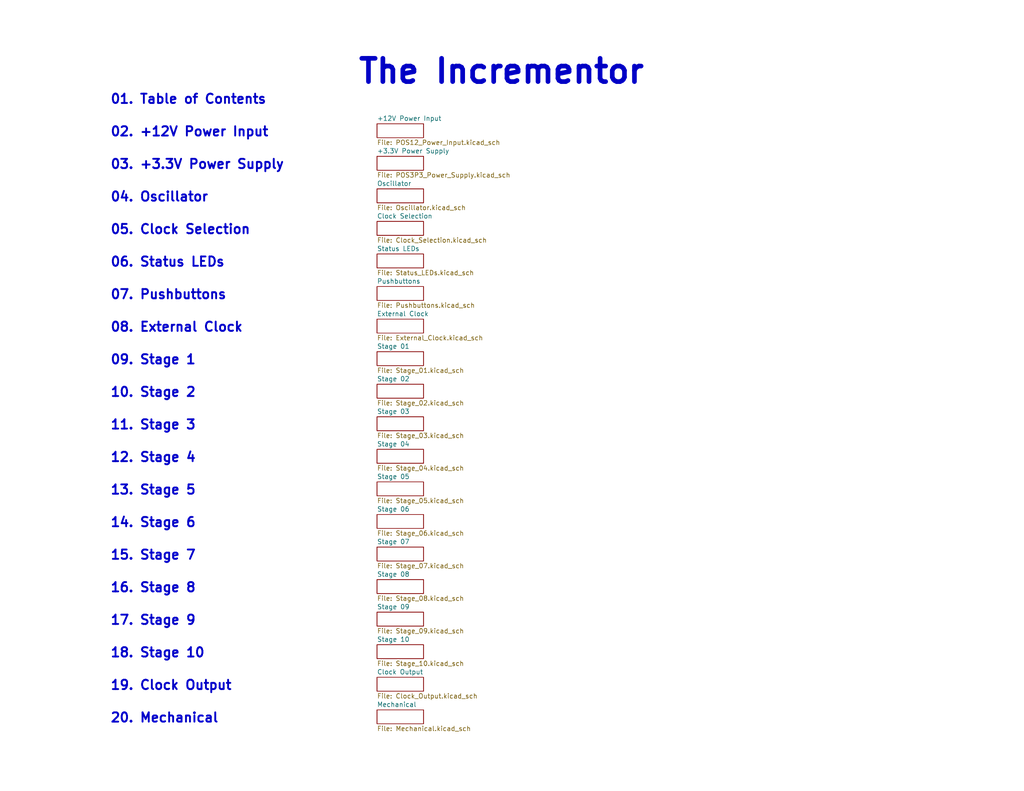
<source format=kicad_sch>
(kicad_sch (version 20230121) (generator eeschema)
  (paper "A")
  (title_block (title "Incrementor") (date "2019-09-03") (rev "A") (company "Drew Maatman"))
  (lib_symbols)
  (text "14. Stage 6" (at 29.972 144.272 0) (effects (font (size 2.54 2.54) (thickness 0.508) bold) (justify left bottom)))
  (text "18. Stage 10" (at 29.972 179.832 0) (effects (font (size 2.54 2.54) (thickness 0.508) bold) (justify left bottom)))
  (text "17. Stage 9" (at 29.972 170.942 0) (effects (font (size 2.54 2.54) (thickness 0.508) bold) (justify left bottom)))
  (text "11. Stage 3" (at 29.972 117.602 0) (effects (font (size 2.54 2.54) (thickness 0.508) bold) (justify left bottom)))
  (text "19. Clock Output" (at 29.972 188.722 0) (effects (font (size 2.54 2.54) (thickness 0.508) bold) (justify left bottom)))
  (text "06. Status LEDs" (at 29.972 73.152 0) (effects (font (size 2.54 2.54) (thickness 0.508) bold) (justify left bottom)))
  (text "08. External Clock" (at 29.972 90.932 0) (effects (font (size 2.54 2.54) (thickness 0.508) bold) (justify left bottom)))
  (text "20. Mechanical" (at 29.972 197.612 0) (effects (font (size 2.54 2.54) (thickness 0.508) bold) (justify left bottom)))
  (text "12. Stage 4" (at 29.972 126.492 0) (effects (font (size 2.54 2.54) (thickness 0.508) bold) (justify left bottom)))
  (text "16. Stage 8" (at 29.972 162.052 0) (effects (font (size 2.54 2.54) (thickness 0.508) bold) (justify left bottom)))
  (text "15. Stage 7" (at 29.972 153.162 0) (effects (font (size 2.54 2.54) (thickness 0.508) bold) (justify left bottom)))
  (text "The Incrementor" (at 97.282 23.368 0) (effects (font (size 6.35 6.35) (thickness 1.27) bold) (justify left bottom)))
  (text "03. +3.3V Power Supply" (at 29.972 46.482 0) (effects (font (size 2.54 2.54) (thickness 0.508) bold) (justify left bottom)))
  (text "01. Table of Contents" (at 29.972 28.702 0) (effects (font (size 2.54 2.54) (thickness 0.508) bold) (justify left bottom)))
  (text "05. Clock Selection" (at 29.972 64.262 0) (effects (font (size 2.54 2.54) (thickness 0.508) bold) (justify left bottom)))
  (text "10. Stage 2" (at 29.972 108.712 0) (effects (font (size 2.54 2.54) (thickness 0.508) bold) (justify left bottom)))
  (text "07. Pushbuttons" (at 29.972 82.042 0) (effects (font (size 2.54 2.54) (thickness 0.508) bold) (justify left bottom)))
  (text "02. +12V Power Input" (at 29.972 37.592 0) (effects (font (size 2.54 2.54) (thickness 0.508) bold) (justify left bottom)))
  (text "09. Stage 1" (at 29.972 99.822 0) (effects (font (size 2.54 2.54) (thickness 0.508) bold) (justify left bottom)))
  (text "13. Stage 5" (at 29.972 135.382 0) (effects (font (size 2.54 2.54) (thickness 0.508) bold) (justify left bottom)))
  (text "04. Oscillator" (at 29.972 55.372 0) (effects (font (size 2.54 2.54) (thickness 0.508) bold) (justify left bottom)))
  (sheet (at 102.87 96.012) (size 12.7 3.81)
    (property "Sheetname" "Stage 01" (at 102.87 95.3004 0) (effects (justify left bottom)))
    (property "Sheetfile" "Stage_01.kicad_sch" (at 102.87 100.4066 0) (effects (justify left top)))
  )
  (sheet (at 102.87 104.902) (size 12.7 3.81)
    (property "Sheetname" "Stage 02" (at 102.87 104.1904 0) (effects (justify left bottom)))
    (property "Sheetfile" "Stage_02.kicad_sch" (at 102.87 109.2966 0) (effects (justify left top)))
  )
  (sheet (at 102.87 113.792) (size 12.7 3.81)
    (property "Sheetname" "Stage 03" (at 102.87 113.0804 0) (effects (justify left bottom)))
    (property "Sheetfile" "Stage_03.kicad_sch" (at 102.87 118.1866 0) (effects (justify left top)))
  )
  (sheet (at 102.87 122.682) (size 12.7 3.81)
    (property "Sheetname" "Stage 04" (at 102.87 121.9704 0) (effects (justify left bottom)))
    (property "Sheetfile" "Stage_04.kicad_sch" (at 102.87 127.0766 0) (effects (justify left top)))
  )
  (sheet (at 102.87 131.572) (size 12.7 3.81)
    (property "Sheetname" "Stage 05" (at 102.87 130.8604 0) (effects (justify left bottom)))
    (property "Sheetfile" "Stage_05.kicad_sch" (at 102.87 135.9666 0) (effects (justify left top)))
  )
  (sheet (at 102.87 140.462) (size 12.7 3.81)
    (property "Sheetname" "Stage 06" (at 102.87 139.7504 0) (effects (justify left bottom)))
    (property "Sheetfile" "Stage_06.kicad_sch" (at 102.87 144.8566 0) (effects (justify left top)))
  )
  (sheet (at 102.87 149.352) (size 12.7 3.81)
    (property "Sheetname" "Stage 07" (at 102.87 148.6404 0) (effects (justify left bottom)))
    (property "Sheetfile" "Stage_07.kicad_sch" (at 102.87 153.7466 0) (effects (justify left top)))
  )
  (sheet (at 102.87 158.242) (size 12.7 3.81)
    (property "Sheetname" "Stage 08" (at 102.87 157.5304 0) (effects (justify left bottom)))
    (property "Sheetfile" "Stage_08.kicad_sch" (at 102.87 162.6366 0) (effects (justify left top)))
  )
  (sheet (at 102.87 167.132) (size 12.7 3.81)
    (property "Sheetname" "Stage 09" (at 102.87 166.4204 0) (effects (justify left bottom)))
    (property "Sheetfile" "Stage_09.kicad_sch" (at 102.87 171.5266 0) (effects (justify left top)))
  )
  (sheet (at 102.87 176.022) (size 12.7 3.81)
    (property "Sheetname" "Stage 10" (at 102.87 175.3104 0) (effects (justify left bottom)))
    (property "Sheetfile" "Stage_10.kicad_sch" (at 102.87 180.4166 0) (effects (justify left top)))
  )
  (sheet (at 102.87 60.452) (size 12.7 3.81)
    (property "Sheetname" "Clock Selection" (at 102.87 59.7404 0) (effects (justify left bottom)))
    (property "Sheetfile" "Clock_Selection.kicad_sch" (at 102.87 64.8466 0) (effects (justify left top)))
  )
  (sheet (at 102.87 69.342) (size 12.7 3.81)
    (property "Sheetname" "Status LEDs" (at 102.87 68.6304 0) (effects (justify left bottom)))
    (property "Sheetfile" "Status_LEDs.kicad_sch" (at 102.87 73.7366 0) (effects (justify left top)))
  )
  (sheet (at 102.87 78.232) (size 12.7 3.81)
    (property "Sheetname" "Pushbuttons" (at 102.87 77.5204 0) (effects (justify left bottom)))
    (property "Sheetfile" "Pushbuttons.kicad_sch" (at 102.87 82.6266 0) (effects (justify left top)))
  )
  (sheet (at 102.87 87.122) (size 12.7 3.81)
    (property "Sheetname" "External Clock" (at 102.87 86.4104 0) (effects (justify left bottom)))
    (property "Sheetfile" "External_Clock.kicad_sch" (at 102.87 91.5166 0) (effects (justify left top)))
  )
  (sheet (at 102.87 184.912) (size 12.7 3.81)
    (property "Sheetname" "Clock Output" (at 102.87 184.2004 0) (effects (justify left bottom)))
    (property "Sheetfile" "Clock_Output.kicad_sch" (at 102.87 189.3066 0) (effects (justify left top)))
  )
  (sheet (at 102.87 42.672) (size 12.7 3.81)
    (property "Sheetname" "+3.3V Power Supply" (at 102.87 41.9604 0) (effects (justify left bottom)))
    (property "Sheetfile" "POS3P3_Power_Supply.kicad_sch" (at 102.87 47.0666 0) (effects (justify left top)))
  )
  (sheet (at 102.87 33.782) (size 12.7 3.81)
    (property "Sheetname" "+12V Power Input" (at 102.87 33.0704 0) (effects (justify left bottom)))
    (property "Sheetfile" "POS12_Power_Input.kicad_sch" (at 102.87 38.1766 0) (effects (justify left top)))
  )
  (sheet (at 102.87 193.802) (size 12.7 3.81)
    (property "Sheetname" "Mechanical" (at 102.87 193.0904 0) (effects (justify left bottom)))
    (property "Sheetfile" "Mechanical.kicad_sch" (at 102.87 198.1966 0) (effects (justify left top)))
  )
  (sheet (at 102.87 51.562) (size 12.7 3.81)
    (property "Sheetname" "Oscillator" (at 102.87 50.8504 0) (effects (justify left bottom)))
    (property "Sheetfile" "Oscillator.kicad_sch" (at 102.87 55.9566 0) (effects (justify left top)))
  )
)
</source>
